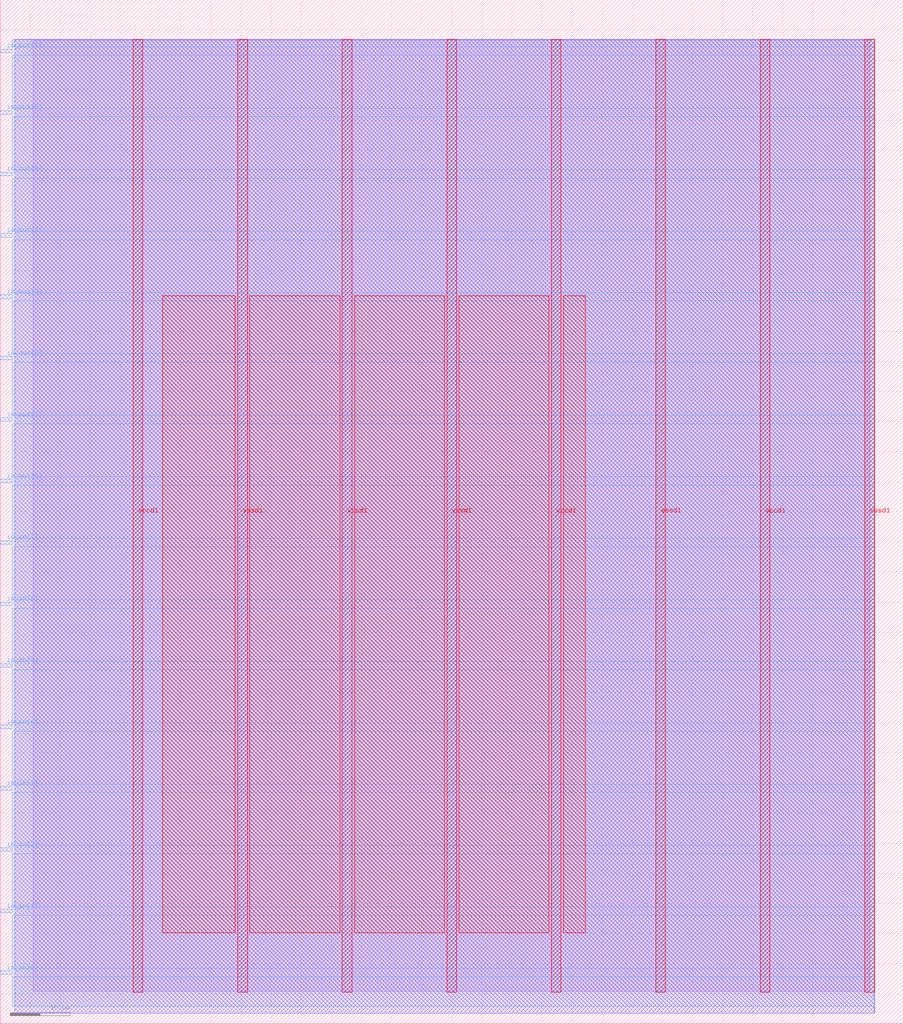
<source format=lef>
VERSION 5.7 ;
  NOWIREEXTENSIONATPIN ON ;
  DIVIDERCHAR "/" ;
  BUSBITCHARS "[]" ;
MACRO clemensnasenberg_top
  CLASS BLOCK ;
  FOREIGN clemensnasenberg_top ;
  ORIGIN 0.000 0.000 ;
  SIZE 150.000 BY 170.000 ;
  PIN io_in[0]
    DIRECTION INPUT ;
    USE SIGNAL ;
    PORT
      LAYER met3 ;
        RECT 0.000 8.200 2.000 8.800 ;
    END
  END io_in[0]
  PIN io_in[1]
    DIRECTION INPUT ;
    USE SIGNAL ;
    PORT
      LAYER met3 ;
        RECT 0.000 18.400 2.000 19.000 ;
    END
  END io_in[1]
  PIN io_in[2]
    DIRECTION INPUT ;
    USE SIGNAL ;
    PORT
      LAYER met3 ;
        RECT 0.000 28.600 2.000 29.200 ;
    END
  END io_in[2]
  PIN io_in[3]
    DIRECTION INPUT ;
    USE SIGNAL ;
    PORT
      LAYER met3 ;
        RECT 0.000 38.800 2.000 39.400 ;
    END
  END io_in[3]
  PIN io_in[4]
    DIRECTION INPUT ;
    USE SIGNAL ;
    PORT
      LAYER met3 ;
        RECT 0.000 49.000 2.000 49.600 ;
    END
  END io_in[4]
  PIN io_in[5]
    DIRECTION INPUT ;
    USE SIGNAL ;
    PORT
      LAYER met3 ;
        RECT 0.000 59.200 2.000 59.800 ;
    END
  END io_in[5]
  PIN io_in[6]
    DIRECTION INPUT ;
    USE SIGNAL ;
    PORT
      LAYER met3 ;
        RECT 0.000 69.400 2.000 70.000 ;
    END
  END io_in[6]
  PIN io_in[7]
    DIRECTION INPUT ;
    USE SIGNAL ;
    PORT
      LAYER met3 ;
        RECT 0.000 79.600 2.000 80.200 ;
    END
  END io_in[7]
  PIN io_out[0]
    DIRECTION OUTPUT TRISTATE ;
    USE SIGNAL ;
    PORT
      LAYER met3 ;
        RECT 0.000 89.800 2.000 90.400 ;
    END
  END io_out[0]
  PIN io_out[1]
    DIRECTION OUTPUT TRISTATE ;
    USE SIGNAL ;
    PORT
      LAYER met3 ;
        RECT 0.000 100.000 2.000 100.600 ;
    END
  END io_out[1]
  PIN io_out[2]
    DIRECTION OUTPUT TRISTATE ;
    USE SIGNAL ;
    PORT
      LAYER met3 ;
        RECT 0.000 110.200 2.000 110.800 ;
    END
  END io_out[2]
  PIN io_out[3]
    DIRECTION OUTPUT TRISTATE ;
    USE SIGNAL ;
    PORT
      LAYER met3 ;
        RECT 0.000 120.400 2.000 121.000 ;
    END
  END io_out[3]
  PIN io_out[4]
    DIRECTION OUTPUT TRISTATE ;
    USE SIGNAL ;
    PORT
      LAYER met3 ;
        RECT 0.000 130.600 2.000 131.200 ;
    END
  END io_out[4]
  PIN io_out[5]
    DIRECTION OUTPUT TRISTATE ;
    USE SIGNAL ;
    PORT
      LAYER met3 ;
        RECT 0.000 140.800 2.000 141.400 ;
    END
  END io_out[5]
  PIN io_out[6]
    DIRECTION OUTPUT TRISTATE ;
    USE SIGNAL ;
    PORT
      LAYER met3 ;
        RECT 0.000 151.000 2.000 151.600 ;
    END
  END io_out[6]
  PIN io_out[7]
    DIRECTION OUTPUT TRISTATE ;
    USE SIGNAL ;
    PORT
      LAYER met3 ;
        RECT 0.000 161.200 2.000 161.800 ;
    END
  END io_out[7]
  PIN vccd1
    DIRECTION INOUT ;
    USE POWER ;
    PORT
      LAYER met4 ;
        RECT 22.085 5.200 23.685 163.440 ;
    END
    PORT
      LAYER met4 ;
        RECT 56.815 5.200 58.415 163.440 ;
    END
    PORT
      LAYER met4 ;
        RECT 91.545 5.200 93.145 163.440 ;
    END
    PORT
      LAYER met4 ;
        RECT 126.275 5.200 127.875 163.440 ;
    END
  END vccd1
  PIN vssd1
    DIRECTION INOUT ;
    USE GROUND ;
    PORT
      LAYER met4 ;
        RECT 39.450 5.200 41.050 163.440 ;
    END
    PORT
      LAYER met4 ;
        RECT 74.180 5.200 75.780 163.440 ;
    END
    PORT
      LAYER met4 ;
        RECT 108.910 5.200 110.510 163.440 ;
    END
    PORT
      LAYER met4 ;
        RECT 143.640 5.200 145.240 163.440 ;
    END
  END vssd1
  OBS
      LAYER li1 ;
        RECT 5.520 5.355 144.440 163.285 ;
      LAYER met1 ;
        RECT 2.370 1.740 145.240 163.440 ;
      LAYER met2 ;
        RECT 2.390 1.710 145.210 163.385 ;
      LAYER met3 ;
        RECT 2.000 162.200 145.230 163.365 ;
        RECT 2.400 160.800 145.230 162.200 ;
        RECT 2.000 152.000 145.230 160.800 ;
        RECT 2.400 150.600 145.230 152.000 ;
        RECT 2.000 141.800 145.230 150.600 ;
        RECT 2.400 140.400 145.230 141.800 ;
        RECT 2.000 131.600 145.230 140.400 ;
        RECT 2.400 130.200 145.230 131.600 ;
        RECT 2.000 121.400 145.230 130.200 ;
        RECT 2.400 120.000 145.230 121.400 ;
        RECT 2.000 111.200 145.230 120.000 ;
        RECT 2.400 109.800 145.230 111.200 ;
        RECT 2.000 101.000 145.230 109.800 ;
        RECT 2.400 99.600 145.230 101.000 ;
        RECT 2.000 90.800 145.230 99.600 ;
        RECT 2.400 89.400 145.230 90.800 ;
        RECT 2.000 80.600 145.230 89.400 ;
        RECT 2.400 79.200 145.230 80.600 ;
        RECT 2.000 70.400 145.230 79.200 ;
        RECT 2.400 69.000 145.230 70.400 ;
        RECT 2.000 60.200 145.230 69.000 ;
        RECT 2.400 58.800 145.230 60.200 ;
        RECT 2.000 50.000 145.230 58.800 ;
        RECT 2.400 48.600 145.230 50.000 ;
        RECT 2.000 39.800 145.230 48.600 ;
        RECT 2.400 38.400 145.230 39.800 ;
        RECT 2.000 29.600 145.230 38.400 ;
        RECT 2.400 28.200 145.230 29.600 ;
        RECT 2.000 19.400 145.230 28.200 ;
        RECT 2.400 18.000 145.230 19.400 ;
        RECT 2.000 9.200 145.230 18.000 ;
        RECT 2.400 7.800 145.230 9.200 ;
        RECT 2.000 2.895 145.230 7.800 ;
      LAYER met4 ;
        RECT 26.975 15.135 39.050 120.865 ;
        RECT 41.450 15.135 56.415 120.865 ;
        RECT 58.815 15.135 73.780 120.865 ;
        RECT 76.180 15.135 91.145 120.865 ;
        RECT 93.545 15.135 97.225 120.865 ;
  END
END clemensnasenberg_top
END LIBRARY


</source>
